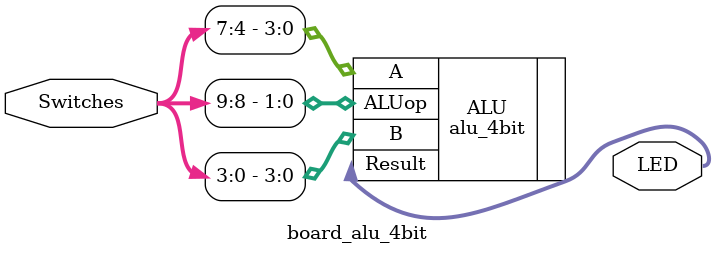
<source format=v>
module board_alu_4bit(
	input    [9:0] Switches,
	output 	[7:0] LED
	);
			
	alu_4bit ALU(
		.A(Switches[7:4]),
		.B(Switches[3:0]),
		.ALUop(Switches[9:8]),
		.Result(LED)
	);
	
endmodule
</source>
